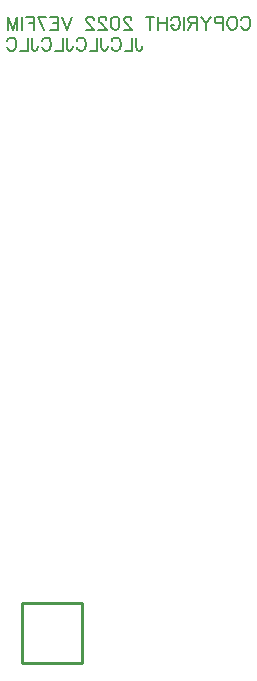
<source format=gbo>
G04 Layer: BottomSilkscreenLayer*
G04 EasyEDA v6.5.32, 2023-07-30 21:58:18*
G04 7de9140c348b43c9878d0c7d88b18126,5a6b42c53f6a479593ecc07194224c93,10*
G04 Gerber Generator version 0.2*
G04 Scale: 100 percent, Rotated: No, Reflected: No *
G04 Dimensions in millimeters *
G04 leading zeros omitted , absolute positions ,4 integer and 5 decimal *
%FSLAX45Y45*%
%MOMM*%

%ADD10C,0.1520*%
%ADD11C,0.1524*%
%ADD12C,0.2540*%

%LPD*%
D10*
X1853044Y5423938D02*
G01*
X1853044Y5340812D01*
X1858241Y5325224D01*
X1863435Y5320029D01*
X1873826Y5314835D01*
X1884217Y5314835D01*
X1894608Y5320029D01*
X1899805Y5325224D01*
X1905000Y5340812D01*
X1905000Y5351203D01*
X1818754Y5423938D02*
G01*
X1818754Y5314835D01*
X1818754Y5314835D02*
G01*
X1756410Y5314835D01*
X1644187Y5397962D02*
G01*
X1649384Y5408353D01*
X1659775Y5418744D01*
X1670164Y5423938D01*
X1690946Y5423938D01*
X1701337Y5418744D01*
X1711728Y5408353D01*
X1716925Y5397962D01*
X1722120Y5382374D01*
X1722120Y5356397D01*
X1716925Y5340812D01*
X1711728Y5330421D01*
X1701337Y5320029D01*
X1690946Y5314835D01*
X1670164Y5314835D01*
X1659775Y5320029D01*
X1649384Y5330421D01*
X1644187Y5340812D01*
X1557944Y5423938D02*
G01*
X1557944Y5340812D01*
X1563138Y5325224D01*
X1568335Y5320029D01*
X1578724Y5314835D01*
X1589115Y5314835D01*
X1599506Y5320029D01*
X1604703Y5325224D01*
X1609897Y5340812D01*
X1609897Y5351203D01*
X1523654Y5423938D02*
G01*
X1523654Y5314835D01*
X1523654Y5314835D02*
G01*
X1461307Y5314835D01*
X1349085Y5397962D02*
G01*
X1354282Y5408353D01*
X1364673Y5418744D01*
X1375064Y5423938D01*
X1395844Y5423938D01*
X1406235Y5418744D01*
X1416626Y5408353D01*
X1421823Y5397962D01*
X1427017Y5382374D01*
X1427017Y5356397D01*
X1421823Y5340812D01*
X1416626Y5330421D01*
X1406235Y5320029D01*
X1395844Y5314835D01*
X1375064Y5314835D01*
X1364673Y5320029D01*
X1354282Y5330421D01*
X1349085Y5340812D01*
X1262842Y5423938D02*
G01*
X1262842Y5340812D01*
X1268036Y5325224D01*
X1273233Y5320029D01*
X1283624Y5314835D01*
X1294015Y5314835D01*
X1304404Y5320029D01*
X1309601Y5325224D01*
X1314795Y5340812D01*
X1314795Y5351203D01*
X1228552Y5423938D02*
G01*
X1228552Y5314835D01*
X1228552Y5314835D02*
G01*
X1166205Y5314835D01*
X1053985Y5397962D02*
G01*
X1059179Y5408353D01*
X1069571Y5418744D01*
X1079962Y5423938D01*
X1100744Y5423938D01*
X1111135Y5418744D01*
X1121524Y5408353D01*
X1126721Y5397962D01*
X1131915Y5382374D01*
X1131915Y5356397D01*
X1126721Y5340812D01*
X1121524Y5330421D01*
X1111135Y5320029D01*
X1100744Y5314835D01*
X1079962Y5314835D01*
X1069571Y5320029D01*
X1059179Y5330421D01*
X1053985Y5340812D01*
X967739Y5423938D02*
G01*
X967739Y5340812D01*
X972934Y5325224D01*
X978131Y5320029D01*
X988522Y5314835D01*
X998913Y5314835D01*
X1009304Y5320029D01*
X1014498Y5325224D01*
X1019695Y5340812D01*
X1019695Y5351203D01*
X933450Y5423938D02*
G01*
X933450Y5314835D01*
X933450Y5314835D02*
G01*
X871105Y5314835D01*
X758883Y5397962D02*
G01*
X764077Y5408353D01*
X774468Y5418744D01*
X784860Y5423938D01*
X805642Y5423938D01*
X816033Y5418744D01*
X826424Y5408353D01*
X831618Y5397962D01*
X836815Y5382374D01*
X836815Y5356397D01*
X831618Y5340812D01*
X826424Y5330421D01*
X816033Y5320029D01*
X805642Y5314835D01*
X784860Y5314835D01*
X774468Y5320029D01*
X764077Y5330421D01*
X758883Y5340812D01*
D11*
X2741422Y5575807D02*
G01*
X2746756Y5586221D01*
X2757170Y5596636D01*
X2767329Y5601715D01*
X2788158Y5601715D01*
X2798572Y5596636D01*
X2808986Y5586221D01*
X2814320Y5575807D01*
X2819400Y5560060D01*
X2819400Y5534152D01*
X2814320Y5518657D01*
X2808986Y5508244D01*
X2798572Y5497829D01*
X2788158Y5492750D01*
X2767329Y5492750D01*
X2757170Y5497829D01*
X2746756Y5508244D01*
X2741422Y5518657D01*
X2675890Y5601715D02*
G01*
X2686304Y5596636D01*
X2696718Y5586221D01*
X2702052Y5575807D01*
X2707131Y5560060D01*
X2707131Y5534152D01*
X2702052Y5518657D01*
X2696718Y5508244D01*
X2686304Y5497829D01*
X2675890Y5492750D01*
X2655315Y5492750D01*
X2644902Y5497829D01*
X2634488Y5508244D01*
X2629154Y5518657D01*
X2624074Y5534152D01*
X2624074Y5560060D01*
X2629154Y5575807D01*
X2634488Y5586221D01*
X2644902Y5596636D01*
X2655315Y5601715D01*
X2675890Y5601715D01*
X2589784Y5601715D02*
G01*
X2589784Y5492750D01*
X2589784Y5601715D02*
G01*
X2543047Y5601715D01*
X2527300Y5596636D01*
X2522220Y5591302D01*
X2517140Y5580887D01*
X2517140Y5565394D01*
X2522220Y5554979D01*
X2527300Y5549900D01*
X2543047Y5544565D01*
X2589784Y5544565D01*
X2482850Y5601715D02*
G01*
X2441193Y5549900D01*
X2441193Y5492750D01*
X2399538Y5601715D02*
G01*
X2441193Y5549900D01*
X2365247Y5601715D02*
G01*
X2365247Y5492750D01*
X2365247Y5601715D02*
G01*
X2318511Y5601715D01*
X2303018Y5596636D01*
X2297684Y5591302D01*
X2292604Y5580887D01*
X2292604Y5570473D01*
X2297684Y5560060D01*
X2303018Y5554979D01*
X2318511Y5549900D01*
X2365247Y5549900D01*
X2328925Y5549900D02*
G01*
X2292604Y5492750D01*
X2258313Y5601715D02*
G01*
X2258313Y5492750D01*
X2146045Y5575807D02*
G01*
X2151379Y5586221D01*
X2161540Y5596636D01*
X2171954Y5601715D01*
X2192781Y5601715D01*
X2203195Y5596636D01*
X2213609Y5586221D01*
X2218690Y5575807D01*
X2224024Y5560060D01*
X2224024Y5534152D01*
X2218690Y5518657D01*
X2213609Y5508244D01*
X2203195Y5497829D01*
X2192781Y5492750D01*
X2171954Y5492750D01*
X2161540Y5497829D01*
X2151379Y5508244D01*
X2146045Y5518657D01*
X2146045Y5534152D01*
X2171954Y5534152D02*
G01*
X2146045Y5534152D01*
X2111756Y5601715D02*
G01*
X2111756Y5492750D01*
X2039111Y5601715D02*
G01*
X2039111Y5492750D01*
X2111756Y5549900D02*
G01*
X2039111Y5549900D01*
X1968500Y5601715D02*
G01*
X1968500Y5492750D01*
X2004822Y5601715D02*
G01*
X1931924Y5601715D01*
X1812544Y5575807D02*
G01*
X1812544Y5580887D01*
X1807210Y5591302D01*
X1802129Y5596636D01*
X1791715Y5601715D01*
X1770887Y5601715D01*
X1760473Y5596636D01*
X1755394Y5591302D01*
X1750060Y5580887D01*
X1750060Y5570473D01*
X1755394Y5560060D01*
X1765807Y5544565D01*
X1817623Y5492750D01*
X1744979Y5492750D01*
X1679447Y5601715D02*
G01*
X1695195Y5596636D01*
X1705610Y5580887D01*
X1710689Y5554979D01*
X1710689Y5539486D01*
X1705610Y5513323D01*
X1695195Y5497829D01*
X1679447Y5492750D01*
X1669034Y5492750D01*
X1653539Y5497829D01*
X1643126Y5513323D01*
X1638045Y5539486D01*
X1638045Y5554979D01*
X1643126Y5580887D01*
X1653539Y5596636D01*
X1669034Y5601715D01*
X1679447Y5601715D01*
X1598421Y5575807D02*
G01*
X1598421Y5580887D01*
X1593342Y5591302D01*
X1588007Y5596636D01*
X1577594Y5601715D01*
X1557020Y5601715D01*
X1546605Y5596636D01*
X1541271Y5591302D01*
X1536192Y5580887D01*
X1536192Y5570473D01*
X1541271Y5560060D01*
X1551686Y5544565D01*
X1603755Y5492750D01*
X1530857Y5492750D01*
X1491487Y5575807D02*
G01*
X1491487Y5580887D01*
X1486154Y5591302D01*
X1481073Y5596636D01*
X1470660Y5601715D01*
X1449831Y5601715D01*
X1439418Y5596636D01*
X1434337Y5591302D01*
X1429004Y5580887D01*
X1429004Y5570473D01*
X1434337Y5560060D01*
X1444752Y5544565D01*
X1496568Y5492750D01*
X1423923Y5492750D01*
X1309623Y5601715D02*
G01*
X1267968Y5492750D01*
X1226565Y5601715D02*
G01*
X1267968Y5492750D01*
X1192276Y5601715D02*
G01*
X1192276Y5492750D01*
X1192276Y5601715D02*
G01*
X1124712Y5601715D01*
X1192276Y5549900D02*
G01*
X1150620Y5549900D01*
X1192276Y5492750D02*
G01*
X1124712Y5492750D01*
X1017523Y5601715D02*
G01*
X1069594Y5492750D01*
X1090421Y5601715D02*
G01*
X1017523Y5601715D01*
X983234Y5601715D02*
G01*
X983234Y5492750D01*
X983234Y5601715D02*
G01*
X915670Y5601715D01*
X983234Y5549900D02*
G01*
X941831Y5549900D01*
X881379Y5601715D02*
G01*
X881379Y5492750D01*
X847089Y5601715D02*
G01*
X847089Y5492750D01*
X847089Y5601715D02*
G01*
X805687Y5492750D01*
X764031Y5601715D02*
G01*
X805687Y5492750D01*
X764031Y5601715D02*
G01*
X764031Y5492750D01*
D12*
X889000Y635000D02*
G01*
X1397000Y635000D01*
X1397000Y127000D01*
X889000Y127000D01*
X889000Y635000D01*
M02*

</source>
